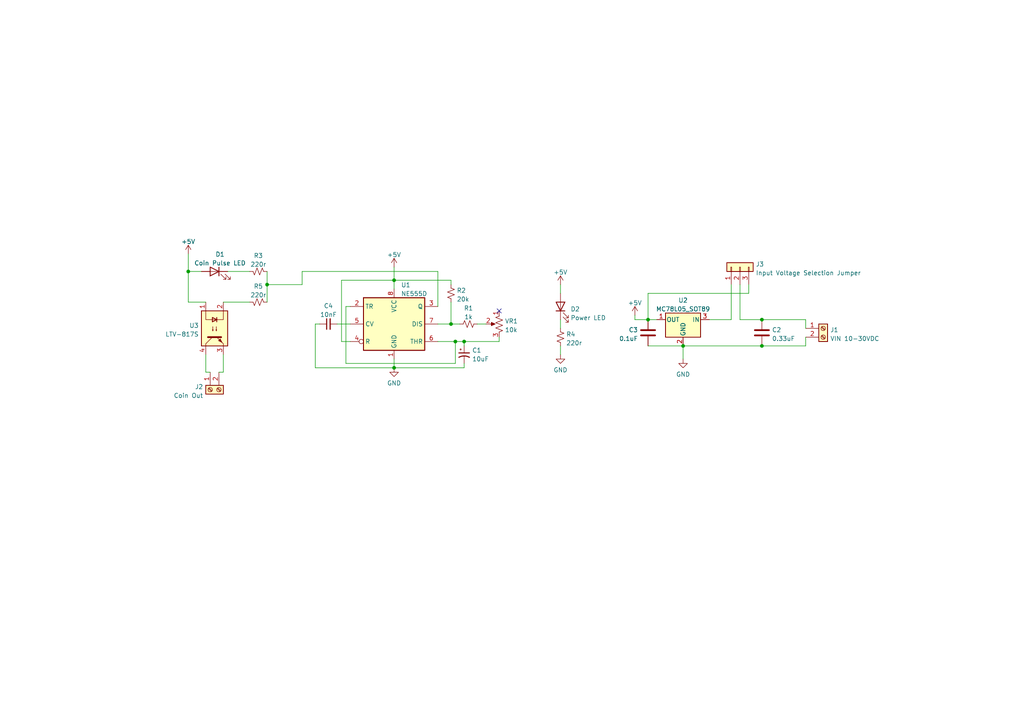
<source format=kicad_sch>
(kicad_sch (version 20211123) (generator eeschema)
  (paper "A4")
  (title_block (title "Perpetual Free Credits Board") (rev "0.1"))
  (lib_symbols
    (symbol "Connector:Screw_Terminal_01x02" (pin_names (offset 1.016) hide)
      (property "Reference" "J" (at 0 2.54 0))
      (property "Value" "Screw_Terminal_01x02" (at 0 -5.08 0))
      (symbol "Screw_Terminal_01x02_1_1"
        (rectangle (start -1.27 1.27) (end 1.27 -3.81) (stroke (width 0.254)) (fill (type background)))
        (circle (center 0 -2.54) (radius 0.635) (stroke (width 0.1524)))
        (polyline (pts (xy -0.5334 -2.2098) (xy 0.3302 -3.048)) (stroke (width 0.1524)))
        (polyline (pts (xy -0.5334 0.3302) (xy 0.3302 -0.508)) (stroke (width 0.1524)))
        (polyline (pts (xy -0.3556 -2.032) (xy 0.508 -2.8702)) (stroke (width 0.1524)))
        (polyline (pts (xy -0.3556 0.508) (xy 0.508 -0.3302)) (stroke (width 0.1524)))
        (circle (center 0 0) (radius 0.635) (stroke (width 0.1524)))
        (pin passive line (at -5.08 0 0) (length 3.81) (name "Pin_1") (number "1"))
        (pin passive line (at -5.08 -2.54 0) (length 3.81) (name "Pin_2") (number "2"))
      )
    )
    (symbol "Connector_Generic:Conn_01x03" (pin_names (offset 1.016) hide)
      (property "Reference" "J" (at 0 5.08 0))
      (property "Value" "Conn_01x03" (at 0 -5.08 0))
      (symbol "Conn_01x03_1_1"
        (rectangle (start -1.27 -2.413) (end 0 -2.667) (stroke (width 0.1524)))
        (rectangle (start -1.27 0.127) (end 0 -0.127) (stroke (width 0.1524)))
        (rectangle (start -1.27 2.667) (end 0 2.413) (stroke (width 0.1524)))
        (rectangle (start -1.27 3.81) (end 1.27 -3.81) (stroke (width 0.254)) (fill (type background)))
        (pin passive line (at -5.08 2.54 0) (length 3.81) (name "Pin_1") (number "1"))
        (pin passive line (at -5.08 0 0) (length 3.81) (name "Pin_2") (number "2"))
        (pin passive line (at -5.08 -2.54 0) (length 3.81) (name "Pin_3") (number "3"))
      )
    )
    (symbol "Device:C" (pin_numbers hide) (pin_names (offset 0.254))
      (property "Reference" "C" (at 0.635 2.54 0))
      (property "Value" "C" (at 0.635 -2.54 0))
      (symbol "C_0_1"
        (polyline (pts (xy -2.032 -0.762) (xy 2.032 -0.762)) (stroke (width 0.508)))
        (polyline (pts (xy -2.032 0.762) (xy 2.032 0.762)) (stroke (width 0.508)))
      )
      (symbol "C_1_1"
        (pin passive line (at 0 3.81 270) (length 2.794) (name "~") (number "1"))
        (pin passive line (at 0 -3.81 90) (length 2.794) (name "~") (number "2"))
      )
    )
    (symbol "Device:C_Polarized_Small_US" (pin_numbers hide) (pin_names (offset 0.254) hide)
      (property "Reference" "C" (at 0.254 1.778 0))
      (property "Value" "C_Polarized_Small_US" (at 0.254 -2.032 0))
      (symbol "C_Polarized_Small_US_0_1"
        (polyline (pts (xy -1.524 0.508) (xy 1.524 0.508)) (stroke (width 0.3048)))
        (polyline (pts (xy -1.27 1.524) (xy -0.762 1.524)))
        (polyline (pts (xy -1.016 1.27) (xy -1.016 1.778)))
        (arc (start 1.524 -0.762) (mid 0 -0.3734) (end -1.524 -0.762) (stroke (width 0.3048)))
      )
      (symbol "C_Polarized_Small_US_1_1"
        (pin passive line (at 0 2.54 270) (length 2.032) (name "~") (number "1"))
        (pin passive line (at 0 -2.54 90) (length 2.032) (name "~") (number "2"))
      )
    )
    (symbol "Device:C_Small" (pin_numbers hide) (pin_names (offset 0.254) hide)
      (property "Reference" "C" (at 0.254 1.778 0))
      (property "Value" "C_Small" (at 0.254 -2.032 0))
      (symbol "C_Small_0_1"
        (polyline (pts (xy -1.524 -0.508) (xy 1.524 -0.508)) (stroke (width 0.3302)))
        (polyline (pts (xy -1.524 0.508) (xy 1.524 0.508)) (stroke (width 0.3048)))
      )
      (symbol "C_Small_1_1"
        (pin passive line (at 0 2.54 270) (length 2.032) (name "~") (number "1"))
        (pin passive line (at 0 -2.54 90) (length 2.032) (name "~") (number "2"))
      )
    )
    (symbol "Device:LED" (pin_numbers hide) (pin_names (offset 1.016) hide)
      (property "Reference" "D" (at 0 2.54 0))
      (property "Value" "LED" (at 0 -2.54 0))
      (symbol "LED_0_1"
        (polyline (pts (xy -1.27 -1.27) (xy -1.27 1.27)) (stroke (width 0.254)))
        (polyline (pts (xy -1.27 0) (xy 1.27 0)))
        (polyline (pts (xy 1.27 -1.27) (xy 1.27 1.27) (xy -1.27 0) (xy 1.27 -1.27)) (stroke (width 0.254)))
        (polyline (pts (xy -3.048 -0.762) (xy -4.572 -2.286) (xy -3.81 -2.286) (xy -4.572 -2.286) (xy -4.572 -1.524)))
        (polyline (pts (xy -1.778 -0.762) (xy -3.302 -2.286) (xy -2.54 -2.286) (xy -3.302 -2.286) (xy -3.302 -1.524)))
      )
      (symbol "LED_1_1"
        (pin passive line (at -3.81 0 0) (length 2.54) (name "K") (number "1"))
        (pin passive line (at 3.81 0 180) (length 2.54) (name "A") (number "2"))
      )
    )
    (symbol "Device:R_Potentiometer_US" (pin_names (offset 1.016) hide)
      (property "Reference" "RV" (at -4.445 0 90))
      (property "Value" "R_Potentiometer_US" (at -2.54 0 90))
      (symbol "R_Potentiometer_US_0_1"
        (polyline (pts (xy 0 -2.286) (xy 0 -2.54)))
        (polyline (pts (xy 0 2.54) (xy 0 2.286)))
        (polyline (pts (xy 2.54 0) (xy 1.524 0)))
        (polyline (pts (xy 1.143 0) (xy 2.286 0.508) (xy 2.286 -0.508) (xy 1.143 0)) (fill (type outline)))
        (polyline (pts (xy 0 -0.762) (xy 1.016 -1.143) (xy 0 -1.524) (xy -1.016 -1.905) (xy 0 -2.286)))
        (polyline (pts (xy 0 0.762) (xy 1.016 0.381) (xy 0 0) (xy -1.016 -0.381) (xy 0 -0.762)))
        (polyline (pts (xy 0 2.286) (xy 1.016 1.905) (xy 0 1.524) (xy -1.016 1.143) (xy 0 0.762)))
      )
      (symbol "R_Potentiometer_US_1_1"
        (pin passive line (at 0 3.81 270) (length 1.27) (name "1") (number "1"))
        (pin passive line (at 3.81 0 180) (length 1.27) (name "2") (number "2"))
        (pin passive line (at 0 -3.81 90) (length 1.27) (name "3") (number "3"))
      )
    )
    (symbol "Device:R_Small_US" (pin_numbers hide) (pin_names (offset 0.254) hide)
      (property "Reference" "R" (at 0.762 0.508 0))
      (property "Value" "R_Small_US" (at 0.762 -1.016 0))
      (symbol "R_Small_US_1_1"
        (polyline (pts (xy 0 0) (xy 1.016 -0.381) (xy 0 -0.762) (xy -1.016 -1.143) (xy 0 -1.524)))
        (polyline (pts (xy 0 1.524) (xy 1.016 1.143) (xy 0 0.762) (xy -1.016 0.381) (xy 0 0)))
        (pin passive line (at 0 2.54 270) (length 1.016) (name "~") (number "1"))
        (pin passive line (at 0 -2.54 90) (length 1.016) (name "~") (number "2"))
      )
    )
    (symbol "Isolator:LTV-817S" (pin_names (offset 1.016))
      (property "Reference" "U" (at -3.81 5.08 0))
      (property "Value" "LTV-817S" (at 0 -5.08 0))
      (symbol "LTV-817S_1_1"
        (rectangle (start -5.08 3.81) (end 5.08 -3.81) (stroke (width 0.254)) (fill (type background)))
        (polyline (pts (xy -3.175 -0.635) (xy -1.905 -0.635)) (stroke (width 0.254)))
        (polyline (pts (xy 2.54 0.635) (xy 4.445 2.54)))
        (polyline (pts (xy 4.445 -2.54) (xy 2.54 -0.635)) (fill (type outline)))
        (polyline (pts (xy 4.445 -2.54) (xy 5.08 -2.54)))
        (polyline (pts (xy 4.445 2.54) (xy 5.08 2.54)))
        (polyline (pts (xy -5.08 2.54) (xy -2.54 2.54) (xy -2.54 -0.762)))
        (polyline (pts (xy -2.54 -0.635) (xy -2.54 -2.54) (xy -5.08 -2.54)))
        (polyline (pts (xy 2.54 1.905) (xy 2.54 -1.905) (xy 2.54 -1.905)) (stroke (width 0.508)))
        (polyline (pts (xy -2.54 -0.635) (xy -3.175 0.635) (xy -1.905 0.635) (xy -2.54 -0.635)) (stroke (width 0.254)))
        (polyline (pts (xy -0.508 -0.508) (xy 0.762 -0.508) (xy 0.381 -0.635) (xy 0.381 -0.381) (xy 0.762 -0.508)))
        (polyline (pts (xy -0.508 0.508) (xy 0.762 0.508) (xy 0.381 0.381) (xy 0.381 0.635) (xy 0.762 0.508)))
        (polyline (pts (xy 3.048 -1.651) (xy 3.556 -1.143) (xy 4.064 -2.159) (xy 3.048 -1.651) (xy 3.048 -1.651)) (fill (type outline)))
        (pin passive line (at -7.62 2.54 0) (length 2.54) (name "~") (number "1"))
        (pin passive line (at -7.62 -2.54 0) (length 2.54) (name "~") (number "2"))
        (pin passive line (at 7.62 -2.54 180) (length 2.54) (name "~") (number "3"))
        (pin passive line (at 7.62 2.54 180) (length 2.54) (name "~") (number "4"))
      )
    )
    (symbol "Regulator_Linear:MC78L05_SOT89" (pin_names (offset 0.254))
      (property "Reference" "U" (at -3.81 3.175 0))
      (property "Value" "MC78L05_SOT89" (at -0.635 3.175 0))
      (symbol "MC78L05_SOT89_0_1"
        (rectangle (start -5.08 1.905) (end 5.08 -5.08) (stroke (width 0.254)) (fill (type background)))
      )
      (symbol "MC78L05_SOT89_1_1"
        (pin power_out line (at 7.62 0 180) (length 2.54) (name "OUT") (number "1"))
        (pin power_in line (at 0 -7.62 90) (length 2.54) (name "GND") (number "2"))
        (pin power_in line (at -7.62 0 0) (length 2.54) (name "IN") (number "3"))
      )
    )
    (symbol "Timer:NE555D"
      (property "Reference" "U" (at -10.16 8.89 0))
      (property "Value" "NE555D" (at 2.54 8.89 0))
      (symbol "NE555D_0_0"
        (pin power_in line (at 0 -10.16 90) (length 2.54) (name "GND") (number "1"))
        (pin power_in line (at 0 10.16 270) (length 2.54) (name "VCC") (number "8"))
      )
      (symbol "NE555D_0_1"
        (rectangle (start -8.89 -7.62) (end 8.89 7.62) (stroke (width 0.254)) (fill (type background)))
        (rectangle (start -8.89 -7.62) (end 8.89 7.62) (stroke (width 0.254)) (fill (type background)))
      )
      (symbol "NE555D_1_1"
        (pin input line (at -12.7 5.08 0) (length 3.81) (name "TR") (number "2"))
        (pin output line (at 12.7 5.08 180) (length 3.81) (name "Q") (number "3"))
        (pin input inverted (at -12.7 -5.08 0) (length 3.81) (name "R") (number "4"))
        (pin input line (at -12.7 0 0) (length 3.81) (name "CV") (number "5"))
        (pin input line (at 12.7 -5.08 180) (length 3.81) (name "THR") (number "6"))
        (pin input line (at 12.7 0 180) (length 3.81) (name "DIS") (number "7"))
      )
    )
    (symbol "power:+5V" (power) (pin_names (offset 0))
      (property "Value" "+5V" (at 0 3.556 0))
      (symbol "+5V_0_1"
        (polyline (pts (xy -0.762 1.27) (xy 0 2.54)))
        (polyline (pts (xy 0 0) (xy 0 2.54)))
        (polyline (pts (xy 0 2.54) (xy 0.762 1.27)))
      )
      (symbol "+5V_1_1"
        (pin power_in line (at 0 0 90) (length 0) hide (name "+5V") (number "1"))
      )
    )
    (symbol "power:GND" (power) (pin_names (offset 0))
      (property "Value" "GND" (at 0 -3.81 0))
      (symbol "GND_0_1"
        (polyline (pts (xy 0 0) (xy 0 -1.27) (xy 1.27 -1.27) (xy 0 -2.54) (xy -1.27 -1.27) (xy 0 -1.27)))
      )
      (symbol "GND_1_1"
        (pin power_in line (at 0 0 270) (length 0) hide (name "GND") (number "1"))
      )
    )
  )
  (junction (at 114.3 106.68))
  (junction (at 187.96 92.71))
  (junction (at 198.12 100.33))
  (junction (at 114.3 81.28))
  (junction (at 220.98 92.71))
  (junction (at 132.08 99.06))
  (junction (at 77.47 82.55))
  (junction (at 54.61 78.74))
  (junction (at 220.98 100.33))
  (junction (at 134.62 99.06))
  (junction (at 130.81 93.98))
  (no_connect (at 144.78 90.17))
  (wire (pts (xy 134.62 99.06) (xy 132.08 99.06)))
  (wire (pts (xy 87.63 78.74) (xy 87.63 82.55)))
  (wire (pts (xy 233.68 97.79) (xy 233.68 100.33)))
  (wire (pts (xy 114.3 104.14) (xy 114.3 106.68)))
  (wire (pts (xy 58.42 78.74) (xy 54.61 78.74)))
  (wire (pts (xy 127 88.9) (xy 127 78.74)))
  (wire (pts (xy 134.62 106.68) (xy 114.3 106.68)))
  (wire (pts (xy 187.96 85.09) (xy 187.96 92.71)))
  (wire (pts (xy 134.62 100.33) (xy 134.62 99.06)))
  (wire (pts (xy 212.09 82.55) (xy 212.09 92.71)))
  (wire (pts (xy 130.81 93.98) (xy 133.35 93.98)))
  (wire (pts (xy 114.3 81.28) (xy 114.3 83.82)))
  (wire (pts (xy 217.17 85.09) (xy 187.96 85.09)))
  (wire (pts (xy 100.33 88.9) (xy 100.33 105.41)))
  (wire (pts (xy 144.78 99.06) (xy 134.62 99.06)))
  (wire (pts (xy 87.63 82.55) (xy 77.47 82.55)))
  (wire (pts (xy 127 78.74) (xy 87.63 78.74)))
  (wire (pts (xy 77.47 82.55) (xy 77.47 87.63)))
  (wire (pts (xy 132.08 105.41) (xy 132.08 99.06)))
  (wire (pts (xy 77.47 78.74) (xy 77.47 82.55)))
  (wire (pts (xy 233.68 95.25) (xy 233.68 92.71)))
  (wire (pts (xy 162.56 92.71) (xy 162.56 95.25)))
  (wire (pts (xy 138.43 93.98) (xy 140.97 93.98)))
  (wire (pts (xy 101.6 88.9) (xy 100.33 88.9)))
  (wire (pts (xy 162.56 100.33) (xy 162.56 102.87)))
  (wire (pts (xy 59.69 107.95) (xy 60.96 107.95)))
  (wire (pts (xy 162.56 82.55) (xy 162.56 85.09)))
  (wire (pts (xy 130.81 87.63) (xy 130.81 93.98)))
  (wire (pts (xy 64.77 102.87) (xy 64.77 107.95)))
  (wire (pts (xy 187.96 92.71) (xy 190.5 92.71)))
  (wire (pts (xy 132.08 99.06) (xy 127 99.06)))
  (wire (pts (xy 214.63 82.55) (xy 214.63 92.71)))
  (wire (pts (xy 64.77 107.95) (xy 63.5 107.95)))
  (wire (pts (xy 134.62 105.41) (xy 134.62 106.68)))
  (wire (pts (xy 100.33 105.41) (xy 132.08 105.41)))
  (wire (pts (xy 72.39 78.74) (xy 66.04 78.74)))
  (wire (pts (xy 184.15 91.44) (xy 184.15 92.71)))
  (wire (pts (xy 59.69 87.63) (xy 54.61 87.63)))
  (wire (pts (xy 54.61 78.74) (xy 54.61 73.66)))
  (wire (pts (xy 144.78 97.79) (xy 144.78 99.06)))
  (wire (pts (xy 184.15 92.71) (xy 187.96 92.71)))
  (wire (pts (xy 130.81 82.55) (xy 130.81 81.28)))
  (wire (pts (xy 114.3 77.47) (xy 114.3 81.28)))
  (wire (pts (xy 97.79 93.98) (xy 101.6 93.98)))
  (wire (pts (xy 72.39 87.63) (xy 64.77 87.63)))
  (wire (pts (xy 198.12 100.33) (xy 220.98 100.33)))
  (wire (pts (xy 198.12 100.33) (xy 198.12 104.14)))
  (wire (pts (xy 212.09 92.71) (xy 205.74 92.71)))
  (wire (pts (xy 99.06 99.06) (xy 99.06 81.28)))
  (wire (pts (xy 91.44 93.98) (xy 91.44 106.68)))
  (wire (pts (xy 101.6 99.06) (xy 99.06 99.06)))
  (wire (pts (xy 127 93.98) (xy 130.81 93.98)))
  (wire (pts (xy 99.06 81.28) (xy 114.3 81.28)))
  (wire (pts (xy 214.63 92.71) (xy 220.98 92.71)))
  (wire (pts (xy 217.17 82.55) (xy 217.17 85.09)))
  (wire (pts (xy 54.61 87.63) (xy 54.61 78.74)))
  (wire (pts (xy 59.69 102.87) (xy 59.69 107.95)))
  (wire (pts (xy 92.71 93.98) (xy 91.44 93.98)))
  (wire (pts (xy 91.44 106.68) (xy 114.3 106.68)))
  (wire (pts (xy 187.96 100.33) (xy 198.12 100.33)))
  (wire (pts (xy 130.81 81.28) (xy 114.3 81.28)))
  (wire (pts (xy 233.68 92.71) (xy 220.98 92.71)))
  (wire (pts (xy 233.68 100.33) (xy 220.98 100.33)))
  (symbol (lib_id "Device:LED") (at 162.56 88.9 90) (unit 1)
    (property "Reference" "D2" (at 165.481 89.6528 90) (effects (justify right)))
    (property "Value" "Power LED" (at 165.481 92.1897 90) (effects (justify right)))
  )
  (symbol (lib_id "power:+5V") (at 54.61 73.66 0) (mirror y) (unit 1)
    (property "Reference" "#PWR?" (effects hide))
    (property "Value" "+5V" (at 54.61 70.0842 0))
  )
  (symbol (lib_id "Timer:NE555D") (at 114.3 93.98 0) (unit 1)
    (property "Reference" "U1" (at 116.3194 82.6602 0) (effects (justify left)))
    (property "Value" "NE555D" (at 116.3194 85.1971 0) (effects (justify left)))
    (property "Footprint" "Package_SO:SOIC-8_3.9x4.9mm_P1.27mm" (effects hide))
    (property "Datasheet" "http://www.ti.com/lit/ds/symlink/ne555.pdf" (effects hide))
  )
  (symbol (lib_id "Isolator:LTV-817S") (at 62.23 95.25 90) (mirror x) (unit 1)
    (property "Reference" "U3" (at 57.658 94.4153 90) (effects (justify left)))
    (property "Value" "LTV-817S" (at 57.658 96.9522 90) (effects (justify left)))
    (property "Footprint" "Package_DIP:SMDIP-4_W9.53mm" (effects hide))
    (property "Datasheet" "http://www.us.liteon.com/downloads/LTV-817-827-847.PDF" (effects hide))
  )
  (symbol (lib_id "Device:C") (at 187.96 96.52 0) (mirror y) (unit 1)
    (property "Reference" "C3" (at 185.039 95.6853 0) (effects (justify left)))
    (property "Value" "0.1uF" (at 185.039 98.2222 0) (effects (justify left)))
  )
  (symbol (lib_id "Device:R_Small_US") (at 74.93 78.74 270) (mirror x) (unit 1)
    (property "Reference" "R3" (at 74.93 74.1512 90))
    (property "Value" "220r" (at 74.93 76.6881 90))
  )
  (symbol (lib_id "Regulator_Linear:MC78L05_SOT89") (at 198.12 92.71 0) (mirror y) (unit 1)
    (property "Reference" "U2" (at 198.12 87.1052 0))
    (property "Value" "MC78L05_SOT89" (at 198.12 89.6421 0))
    (property "Footprint" "Package_TO_SOT_SMD:SOT-89-3" (effects hide))
    (property "Datasheet" "https://www.onsemi.com/pub/Collateral/MC78L00A-D.PDF" (effects hide))
  )
  (symbol (lib_id "Device:C_Small") (at 95.25 93.98 90) (unit 1)
    (property "Reference" "C4" (at 95.2563 88.7181 90))
    (property "Value" "10nF" (at 95.2563 91.255 90))
  )
  (symbol (lib_id "power:GND") (at 162.56 102.87 0) (unit 1)
    (property "Reference" "#PWR?" (effects hide))
    (property "Value" "GND" (at 162.56 107.3134 0))
  )
  (symbol (lib_id "power:+5V") (at 184.15 91.44 0) (unit 1)
    (property "Reference" "#PWR?" (effects hide))
    (property "Value" "+5V" (at 184.15 87.8642 0))
  )
  (symbol (lib_id "power:GND") (at 114.3 106.68 0) (unit 1)
    (property "Reference" "#PWR?" (effects hide))
    (property "Value" "GND" (at 114.3 111.1234 0))
  )
  (symbol (lib_id "power:+5V") (at 162.56 82.55 0) (unit 1)
    (property "Reference" "#PWR?" (effects hide))
    (property "Value" "+5V" (at 162.56 78.9742 0))
  )
  (symbol (lib_id "Device:R_Small_US") (at 162.56 97.79 0) (unit 1)
    (property "Reference" "R4" (at 164.211 96.9553 0) (effects (justify left)))
    (property "Value" "220r" (at 164.211 99.4922 0) (effects (justify left)))
  )
  (symbol (lib_id "Device:R_Potentiometer_US") (at 144.78 93.98 0) (mirror y) (unit 1)
    (property "Reference" "VR1" (at 146.431 93.1453 0) (effects (justify right)))
    (property "Value" "10k" (at 146.431 95.6822 0) (effects (justify right)))
  )
  (symbol (lib_id "Connector:Screw_Terminal_01x02") (at 238.76 95.25 0) (unit 1)
    (property "Reference" "J1" (at 240.792 95.6853 0) (effects (justify left)))
    (property "Value" "VIN 10-30VDC" (at 240.792 98.2222 0) (effects (justify left)))
  )
  (symbol (lib_id "Connector:Screw_Terminal_01x02") (at 60.96 113.03 90) (mirror x) (unit 1)
    (property "Reference" "J2" (at 58.928 112.1953 90) (effects (justify left)))
    (property "Value" "Coin Out" (at 58.928 114.7322 90) (effects (justify left)))
  )
  (symbol (lib_id "Device:R_Small_US") (at 74.93 87.63 270) (mirror x) (unit 1)
    (property "Reference" "R5" (at 74.93 83.0412 90))
    (property "Value" "220r" (at 74.93 85.5781 90))
  )
  (symbol (lib_id "power:GND") (at 198.12 104.14 0) (unit 1)
    (property "Reference" "#PWR?" (effects hide))
    (property "Value" "GND" (at 198.12 108.5834 0))
  )
  (symbol (lib_id "Device:C") (at 220.98 96.52 0) (unit 1)
    (property "Reference" "C2" (at 223.901 95.6853 0) (effects (justify left)))
    (property "Value" "0.33uF" (at 223.901 98.2222 0) (effects (justify left)))
  )
  (symbol (lib_id "Connector_Generic:Conn_01x03") (at 214.63 77.47 90) (unit 1)
    (property "Reference" "J3" (at 219.202 76.6353 90) (effects (justify right)))
    (property "Value" "Input Voltage Selection Jumper" (at 219.202 79.1722 90) (effects (justify right)))
  )
  (symbol (lib_id "Device:LED") (at 62.23 78.74 0) (mirror y) (unit 1)
    (property "Reference" "D1" (at 63.8175 73.7702 0))
    (property "Value" "Coin Pulse LED" (at 63.8175 76.3071 0))
  )
  (symbol (lib_id "Device:R_Small_US") (at 135.89 93.98 90) (unit 1)
    (property "Reference" "R1" (at 135.89 89.3912 90))
    (property "Value" "1k" (at 135.89 91.9281 90))
  )
  (symbol (lib_id "Device:C_Polarized_Small_US") (at 134.62 102.87 0) (unit 1)
    (property "Reference" "C1" (at 136.9314 101.6035 0) (effects (justify left)))
    (property "Value" "10uF" (at 136.9314 104.1404 0) (effects (justify left)))
  )
  (symbol (lib_id "power:+5V") (at 114.3 77.47 0) (unit 1)
    (property "Reference" "#PWR?" (effects hide))
    (property "Value" "+5V" (at 114.3 73.8942 0))
  )
  (symbol (lib_id "Device:R_Small_US") (at 130.81 85.09 0) (unit 1)
    (property "Reference" "R2" (at 132.461 84.2553 0) (effects (justify left)))
    (property "Value" "20k" (at 132.461 86.7922 0) (effects (justify left)))
  )
)
</source>
